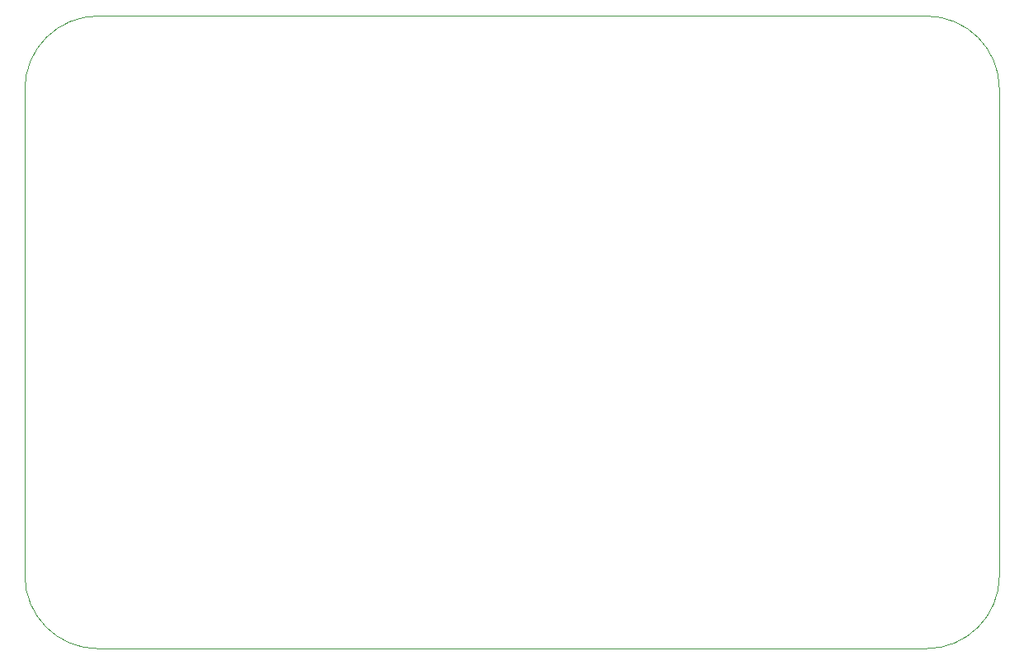
<source format=gko>
G04 #@! TF.FileFunction,Profile,NP*
%FSLAX46Y46*%
G04 Gerber Fmt 4.6, Leading zero omitted, Abs format (unit mm)*
G04 Created by KiCad (PCBNEW 4.0.5) date 03/30/17 16:26:28*
%MOMM*%
%LPD*%
G01*
G04 APERTURE LIST*
%ADD10C,0.100000*%
G04 APERTURE END LIST*
D10*
X100000000Y-142500000D02*
G75*
G03X107500000Y-150000000I7500000J0D01*
G01*
X192500000Y-150000000D02*
G75*
G03X200000000Y-142500000I0J7500000D01*
G01*
X200000000Y-92500000D02*
G75*
G03X192500000Y-85000000I-7500000J0D01*
G01*
X107500000Y-85000000D02*
G75*
G03X100000000Y-92500000I0J-7500000D01*
G01*
X107500000Y-85000000D02*
X192500000Y-85000000D01*
X200000000Y-92500000D02*
X200000000Y-142500000D01*
X107500000Y-150000000D02*
X192500000Y-150000000D01*
X100000000Y-92500000D02*
X100000000Y-142500000D01*
M02*

</source>
